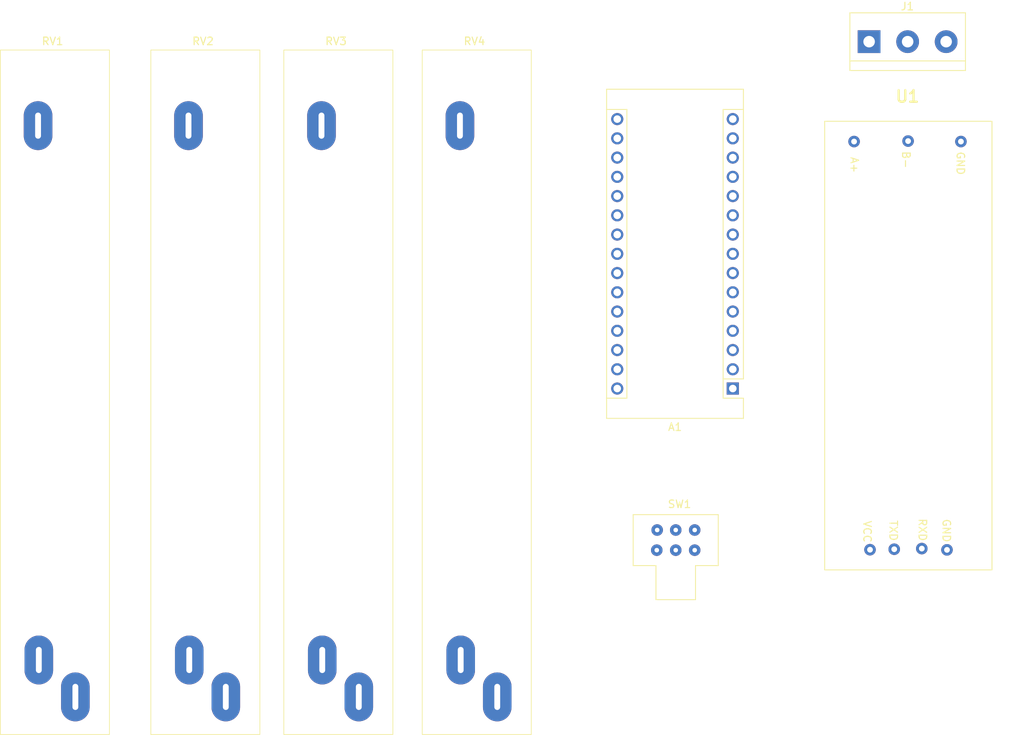
<source format=kicad_pcb>
(kicad_pcb (version 20211014) (generator pcbnew)
  (layers (0 "F.Cu" signal) (31 "B.Cu" signal) (34 "B.Paste" user) (35 "F.Paste" user) (36 "B.SilkS" user "B.Silkscreen") (37 "F.SilkS" user "F.Silkscreen") (38 "B.Mask" user) (39 "F.Mask" user) (44 "Edge.Cuts" user))
  (net 0 "")
  (net 1 "/TX")
  (net 2 "/RX")
  (net 4 "/GND")
  (net 19 "/A0")
  (net 20 "/A1")
  (net 21 "/A2")
  (net 22 "/A3")
  (net 27 "/5V")
  (net 30 "Net-(J1-Pad1)")
  (net 31 "Net-(J1-Pad2)")
  (net 32 "Net-(J1-Pad3)")
  (net 33 "Net-(SW1-Pad1)")
  (net 35 "Net-(SW1-Pad4)")
  (footprint "DMX_controller:slide_potentiometer_OAK_A50K" (layer "F.Cu") (at 98.765 52.345)
    (fp_text reference "RV3" (at 6.38474 -1.663166 unlocked) (layer "F.SilkS"))
    (fp_text value "slider_3_hue")
    (fp_rect (start -0.5 -0.5) (end 13.88 89.84) (layer "F.SilkS") (width 0.1) (fill none))
    (pad "1" thru_hole oval (at 4.47 9.48) (size 3.77 6.45) (drill oval 0.77 3.45) (layers *.Cu *.Mask) (net 4 "/GND"))
    (pad "2" thru_hole oval (at 4.57 80) (size 3.77 6.45) (drill oval 0.77 3.45) (layers *.Cu *.Mask) (net 21 "/A2"))
    (pad "3" thru_hole oval (at 9.39 84.87) (size 3.77 6.45) (drill oval 0.77 3.45) (layers *.Cu *.Mask) (net 27 "/5V"))
  )
  (footprint "Module:Arduino_Nano" (layer "F.Cu") (at 157.48 96.52 180)
    (fp_text reference "A1" (at 7.62 -5.08 180) (layer "F.SilkS"))
    (fp_text value "Arduino_Nano_v3.x")
    (fp_line (start 1.27 1.27) (end 1.27 36.83) (layer "F.SilkS") (width 0.12))
    (fp_line (start -1.4 1.27) (end -1.4 39.5) (layer "F.SilkS") (width 0.12))
    (fp_line (start 16.64 -3.94) (end -1.4 -3.94) (layer "F.SilkS") (width 0.12))
    (fp_line (start 16.64 39.5) (end 16.64 -3.94) (layer "F.SilkS") (width 0.12))
    (fp_line (start 1.27 36.83) (end -1.4 36.83) (layer "F.SilkS") (width 0.12))
    (fp_line (start 1.27 1.27) (end -1.4 1.27) (layer "F.SilkS") (width 0.12))
    (fp_line (start -1.4 39.5) (end 16.64 39.5) (layer "F.SilkS") (width 0.12))
    (fp_line (start 1.27 -1.27) (end -1.4 -1.27) (layer "F.SilkS") (width 0.12))
    (fp_line (start 13.97 -1.27) (end 13.97 36.83) (layer "F.SilkS") (width 0.12))
    (fp_line (start 13.97 36.83) (end 16.64 36.83) (layer "F.SilkS") (width 0.12))
    (fp_line (start 13.97 -1.27) (end 16.64 -1.27) (layer "F.SilkS") (width 0.12))
    (fp_line (start 1.27 1.27) (end 1.27 -1.27) (layer "F.SilkS") (width 0.12))
    (fp_line (start -1.4 -3.94) (end -1.4 -1.27) (layer "F.SilkS") (width 0.12))
    (pad "1" thru_hole rect (at 0 0 180) (size 1.6 1.6) (drill 1) (layers *.Cu *.Mask) (net 1 "/TX"))
    (pad "2" thru_hole oval (at 0 2.54 180) (size 1.6 1.6) (drill 1) (layers *.Cu *.Mask) (net 2 "/RX"))
    (pad "3" thru_hole oval (at 0 5.08 180) (size 1.6 1.6) (drill 1) (layers *.Cu *.Mask))
    (pad "4" thru_hole oval (at 0 7.62 180) (size 1.6 1.6) (drill 1) (layers *.Cu *.Mask) (net 4 "/GND"))
    (pad "5" thru_hole oval (at 0 10.16 180) (size 1.6 1.6) (drill 1) (layers *.Cu *.Mask))
    (pad "6" thru_hole oval (at 0 12.7 180) (size 1.6 1.6) (drill 1) (layers *.Cu *.Mask))
    (pad "7" thru_hole oval (at 0 15.24 180) (size 1.6 1.6) (drill 1) (layers *.Cu *.Mask))
    (pad "8" thru_hole oval (at 0 17.78 180) (size 1.6 1.6) (drill 1) (layers *.Cu *.Mask))
    (pad "9" thru_hole oval (at 0 20.32 180) (size 1.6 1.6) (drill 1) (layers *.Cu *.Mask))
    (pad "10" thru_hole oval (at 0 22.86 180) (size 1.6 1.6) (drill 1) (layers *.Cu *.Mask))
    (pad "11" thru_hole oval (at 0 25.4 180) (size 1.6 1.6) (drill 1) (layers *.Cu *.Mask))
    (pad "12" thru_hole oval (at 0 27.94 180) (size 1.6 1.6) (drill 1) (layers *.Cu *.Mask))
    (pad "13" thru_hole oval (at 0 30.48 180) (size 1.6 1.6) (drill 1) (layers *.Cu *.Mask))
    (pad "14" thru_hole oval (at 0 33.02 180) (size 1.6 1.6) (drill 1) (layers *.Cu *.Mask))
    (pad "15" thru_hole oval (at 0 35.56 180) (size 1.6 1.6) (drill 1) (layers *.Cu *.Mask))
    (pad "16" thru_hole oval (at 15.24 35.56 180) (size 1.6 1.6) (drill 1) (layers *.Cu *.Mask))
    (pad "17" thru_hole oval (at 15.24 33.02 180) (size 1.6 1.6) (drill 1) (layers *.Cu *.Mask))
    (pad "18" thru_hole oval (at 15.24 30.48 180) (size 1.6 1.6) (drill 1) (layers *.Cu *.Mask))
    (pad "19" thru_hole oval (at 15.24 27.94 180) (size 1.6 1.6) (drill 1) (layers *.Cu *.Mask) (net 19 "/A0"))
    (pad "20" thru_hole oval (at 15.24 25.4 180) (size 1.6 1.6) (drill 1) (layers *.Cu *.Mask) (net 20 "/A1"))
    (pad "21" thru_hole oval (at 15.24 22.86 180) (size 1.6 1.6) (drill 1) (layers *.Cu *.Mask) (net 21 "/A2"))
    (pad "22" thru_hole oval (at 15.24 20.32 180) (size 1.6 1.6) (drill 1) (layers *.Cu *.Mask) (net 22 "/A3"))
    (pad "23" thru_hole oval (at 15.24 17.78 180) (size 1.6 1.6) (drill 1) (layers *.Cu *.Mask))
    (pad "24" thru_hole oval (at 15.24 15.24 180) (size 1.6 1.6) (drill 1) (layers *.Cu *.Mask))
    (pad "25" thru_hole oval (at 15.24 12.7 180) (size 1.6 1.6) (drill 1) (layers *.Cu *.Mask))
    (pad "26" thru_hole oval (at 15.24 10.16 180) (size 1.6 1.6) (drill 1) (layers *.Cu *.Mask))
    (pad "27" thru_hole oval (at 15.24 7.62 180) (size 1.6 1.6) (drill 1) (layers *.Cu *.Mask) (net 27 "/5V"))
    (pad "28" thru_hole oval (at 15.24 5.08 180) (size 1.6 1.6) (drill 1) (layers *.Cu *.Mask))
    (pad "29" thru_hole oval (at 15.24 2.54 180) (size 1.6 1.6) (drill 1) (layers *.Cu *.Mask) (net 4 "/GND"))
    (pad "30" thru_hole oval (at 15.24 0 180) (size 1.6 1.6) (drill 1) (layers *.Cu *.Mask))
  )
  (footprint "DMX_controller:slide_switch_DPDT_black_plastic_red_sealed_terminals" (layer "F.Cu") (at 144.455 113.275)
    (fp_text reference "SW1" (at 6 -1.5 unlocked) (layer "F.SilkS"))
    (fp_text value "SW_Push_DPDT")
    (fp_line (start -0.11 -0.11) (end 11.11 -0.11) (layer "F.SilkS") (width 0.12))
    (fp_line (start 2.89 6.61) (end -0.11 6.61) (layer "F.SilkS") (width 0.12))
    (fp_line (start 8.11 6.61) (end 8.11 11.11) (layer "F.SilkS") (width 0.12))
    (fp_line (start 11.11 6.61) (end 8.11 6.61) (layer "F.SilkS") (width 0.12))
    (fp_line (start 2.89 11.11) (end 2.89 6.61) (layer "F.SilkS") (width 0.12))
    (fp_line (start -0.11 6.61) (end -0.11 -0.11) (layer "F.SilkS") (width 0.12))
    (fp_line (start 11.11 -0.11) (end 11.11 6.61) (layer "F.SilkS") (width 0.12))
    (fp_line (start 8.11 11.11) (end 2.89 11.11) (layer "F.SilkS") (width 0.12))
    (pad "1" thru_hole circle (at 3.0525 1.9175) (size 1.524 1.524) (drill 0.6) (layers *.Cu *.Mask) (net 33 "Net-(SW1-Pad1)"))
    (pad "2" thru_hole circle (at 5.5 1.9175) (size 1.524 1.524) (drill 0.6) (layers *.Cu *.Mask) (net 1 "/TX"))
    (pad "3" thru_hole circle (at 8 1.9175) (size 1.524 1.524) (drill 0.6) (layers *.Cu *.Mask))
    (pad "4" thru_hole circle (at 3 4.575) (size 1.524 1.524) (drill 0.6) (layers *.Cu *.Mask) (net 35 "Net-(SW1-Pad4)"))
    (pad "5" thru_hole circle (at 5.5 4.575) (size 1.524 1.524) (drill 0.6) (layers *.Cu *.Mask) (net 2 "/RX"))
    (pad "6" thru_hole circle (at 8 4.575) (size 1.524 1.524) (drill 0.6) (layers *.Cu *.Mask))
  )
  (footprint "DMX_controller:TTL_to_RS485_transceiver" (layer "F.Cu") (at 180.375255 91.321949)
    (fp_text reference "U1" (at 0.142826 -33.343875) (layer "F.SilkS") (effects (font (size 1.524 1.524) (thickness 0.3))))
    (fp_text value "TTL_to_RS485_transceiver")
    (fp_text user "VCC" (at -5.161322 24.076544 270 unlocked) (layer "F.SilkS"))
    (fp_text user "B-" (at -0.041406 -24.992535 270 unlocked) (layer "F.SilkS"))
    (fp_text user "GND" (at 7.139104 -24.533365 270 unlocked) (layer "F.SilkS"))
    (fp_text user "TXD" (at -1.713617 23.941308 270 unlocked) (layer "F.SilkS"))
    (fp_text user "GND" (at 5.285424 23.944054 270 unlocked) (layer "F.SilkS"))
    (fp_text user "RXD" (at 2.130194 23.838024 270 unlocked) (layer "F.SilkS"))
    (fp_text user "A+" (at -6.85039 -24.312196 270 unlocked) (layer "F.SilkS"))
    (fp_rect (start -10.777161 -30.075818) (end 11.289702 29.13376) (layer "F.SilkS") (width 0.12) (fill none))
    (pad "1" thru_hole circle (at 5.353711 26.488348 180) (size 1.524 1.524) (drill 0.762) (layers *.Cu *.Mask) (net 27 "/5V"))
    (pad "2" thru_hole circle (at 2.03303 26.320212 180) (size 1.524 1.524) (drill 0.762) (layers *.Cu *.Mask) (net 33 "Net-(SW1-Pad1)"))
    (pad "3" thru_hole circle (at -1.602904 26.40428 180) (size 1.524 1.524) (drill 0.762) (layers *.Cu *.Mask) (net 35 "Net-(SW1-Pad4)"))
    (pad "4" thru_hole circle (at -4.797483 26.467331 180) (size 1.524 1.524) (drill 0.762) (layers *.Cu *.Mask) (net 4 "/GND"))
    (pad "5" thru_hole circle (at -6.899179 -27.399152 180) (size 1.524 1.524) (drill 0.762) (layers *.Cu *.Mask) (net 30 "Net-(J1-Pad1)"))
    (pad "6" thru_hole circle (at 0.225572 -27.462203 180) (size 1.524 1.524) (drill 0.762) (layers *.Cu *.Mask) (net 31 "Net-(J1-Pad2)"))
    (pad "7" thru_hole circle (at 7.192696 -27.399152 180) (size 1.524 1.524) (drill 0.762) (layers *.Cu *.Mask) (net 32 "Net-(J1-Pad3)"))
  )
  (footprint "TerminalBlock:TerminalBlock_bornier-3_P5.08mm" (layer "F.Cu") (at 175.46 50.74)
    (fp_text reference "J1" (at 5.05 -4.65) (layer "F.SilkS"))
    (fp_text value "DMX_output")
    (fp_line (start -2.54 2.54) (end 12.7 2.54) (layer "F.SilkS") (width 0.12))
    (fp_line (start -2.54 3.81) (end 12.7 3.81) (layer "F.SilkS") (width 0.12))
    (fp_line (start 12.7 3.81) (end 12.7 -3.81) (layer "F.SilkS") (width 0.12))
    (fp_line (start -2.54 -3.81) (end 12.7 -3.81) (layer "F.SilkS") (width 0.12))
    (fp_line (start -2.54 3.81) (end -2.54 -3.81) (layer "F.SilkS") (width 0.12))
    (pad "1" thru_hole rect (at 0 0) (size 3 3) (drill 1.52) (layers *.Cu *.Mask) (net 30 "Net-(J1-Pad1)"))
    (pad "2" thru_hole circle (at 5.08 0) (size 3 3) (drill 1.52) (layers *.Cu *.Mask) (net 31 "Net-(J1-Pad2)"))
    (pad "3" thru_hole circle (at 10.16 0) (size 3 3) (drill 1.52) (layers *.Cu *.Mask) (net 32 "Net-(J1-Pad3)"))
  )
  (footprint "DMX_controller:slide_potentiometer_OAK_A50K" (layer "F.Cu") (at 61.385 52.345)
    (fp_text reference "RV1" (at 6.38474 -1.663166 unlocked) (layer "F.SilkS"))
    (fp_text value "slider_1_dim")
    (fp_rect (start -0.5 -0.5) (end 13.88 89.84) (layer "F.SilkS") (width 0.1) (fill none))
    (pad "1" thru_hole oval (at 4.47 9.48) (size 3.77 6.45) (drill oval 0.77 3.45) (layers *.Cu *.Mask) (net 4 "/GND"))
    (pad "2" thru_hole oval (at 4.57 80) (size 3.77 6.45) (drill oval 0.77 3.45) (layers *.Cu *.Mask) (net 19 "/A0"))
    (pad "3" thru_hole oval (at 9.39 84.87) (size 3.77 6.45) (drill oval 0.77 3.45) (layers *.Cu *.Mask) (net 27 "/5V"))
  )
  (footprint "DMX_controller:slide_potentiometer_OAK_A50K" (layer "F.Cu") (at 117.025 52.345)
    (fp_text reference "RV4" (at 6.38474 -1.663166 unlocked) (layer "F.SilkS"))
    (fp_text value "slider_4_saturation")
    (fp_rect (start -0.5 -0.5) (end 13.88 89.84) (layer "F.SilkS") (width 0.1) (fill none))
    (pad "1" thru_hole oval (at 4.47 9.48) (size 3.77 6.45) (drill oval 0.77 3.45) (layers *.Cu *.Mask) (net 4 "/GND"))
    (pad "2" thru_hole oval (at 4.57 80) (size 3.77 6.45) (drill oval 0.77 3.45) (layers *.Cu *.Mask) (net 22 "/A3"))
    (pad "3" thru_hole oval (at 9.39 84.87) (size 3.77 6.45) (drill oval 0.77 3.45) (layers *.Cu *.Mask) (net 27 "/5V"))
  )
  (footprint "DMX_controller:slide_potentiometer_OAK_A50K" (layer "F.Cu") (at 81.225 52.345)
    (fp_text reference "RV2" (at 6.38474 -1.663166 unlocked) (layer "F.SilkS"))
    (fp_text value "slider_2_CCT")
    (fp_rect (start -0.5 -0.5) (end 13.88 89.84) (layer "F.SilkS") (width 0.1) (fill none))
    (pad "1" thru_hole oval (at 4.47 9.48) (size 3.77 6.45) (drill oval 0.77 3.45) (layers *.Cu *.Mask) (net 4 "/GND"))
    (pad "2" thru_hole oval (at 4.57 80) (size 3.77 6.45) (drill oval 0.77 3.45) (layers *.Cu *.Mask) (net 20 "/A1"))
    (pad "3" thru_hole oval (at 9.39 84.87) (size 3.77 6.45) (drill oval 0.77 3.45) (layers *.Cu *.Mask) (net 27 "/5V"))
  )
)
</source>
